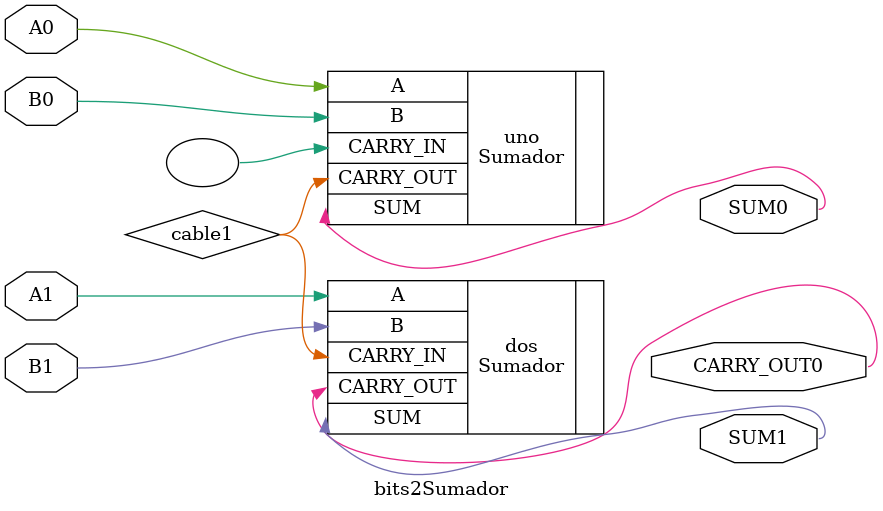
<source format=v>
`timescale 1ns / 1ps


module bits2Sumador(
    input A0,B0,A1,B1,
    output SUM0,SUM1,CARRY_OUT0
    );
    
    wire cable1;
    
    Sumador uno(
    .A(A0), .B(B0), .CARRY_IN(),
    .SUM(SUM0), .CARRY_OUT(cable1)
    );
    
        Sumador dos(
    .A(A1), .B(B1), .CARRY_IN(cable1),
    .SUM(SUM1), .CARRY_OUT(CARRY_OUT0)
    );
    
endmodule

</source>
